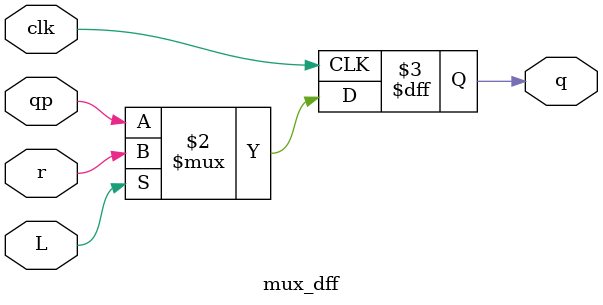
<source format=v>
module top_module (
	input [2:0] SW,      // R
	input [1:0] KEY,     // L and clk
	output [2:0] LEDR);  // Q

    mux_dff d0(KEY[0], KEY[1], LEDR[2], SW[0], LEDR[0]);
    mux_dff d1(KEY[0], KEY[1], LEDR[0], SW[1], LEDR[1]);
    mux_dff d2(KEY[0], KEY[1], LEDR[1] ^ LEDR[2], SW[2], LEDR[2]);
endmodule

module mux_dff(clk, L, qp, r, q);
    input clk, L, qp, r;
    output reg q;
    
    always @(posedge clk) begin
        q <= (L) ? r: qp;
    end
endmodule

</source>
